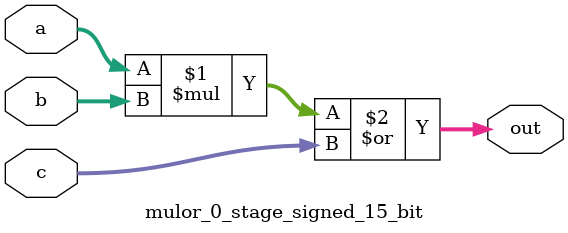
<source format=sv>
(* use_dsp = "yes" *) module mulor_0_stage_signed_15_bit(
	input signed [14:0] a,
	input signed [14:0] b,
	input signed [14:0] c,
	output [14:0] out
	);

	assign out = (a * b) | c;
endmodule

</source>
